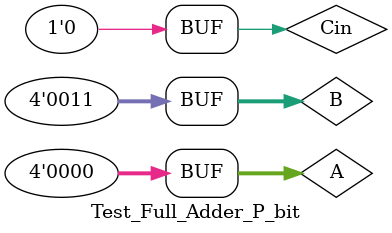
<source format=v>
`timescale 100ps/1ps
module Test_Full_Adder_P_bit;
reg Cin;
parameter P = 4;
reg  [P-1:0]A, B;
wire [P-1:0]Sum;
wire Cout;
// Testing of Structural model of P-bit full adder
Full_Adder_P_bit #(.P(P)) DUT(A, B, Cin, Sum, Cout);

initial begin
	Cin= 0;
	A= 3; B= 1;
	#1
	A= 1; B= 2;
	#1
	A= 3; B= 3;
	#1
	A= 2; B= 1;
	#1
	A= 0; B= 3;
end

initial begin 
$monitor ("time: %2d   A: %b   B: %b   Sum: %b   Cout: %b", 
		  $time		 , A    ,  B    ,  Sum    ,  Cout     );
end 
endmodule

</source>
